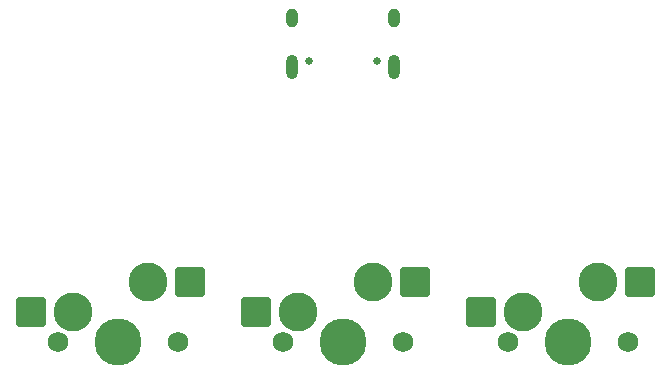
<source format=gbr>
%TF.GenerationSoftware,KiCad,Pcbnew,6.0.9*%
%TF.CreationDate,2022-12-09T21:33:21+01:00*%
%TF.ProjectId,rOxpad,724f7870-6164-42e6-9b69-6361645f7063,rev?*%
%TF.SameCoordinates,Original*%
%TF.FileFunction,Soldermask,Bot*%
%TF.FilePolarity,Negative*%
%FSLAX46Y46*%
G04 Gerber Fmt 4.6, Leading zero omitted, Abs format (unit mm)*
G04 Created by KiCad (PCBNEW 6.0.9) date 2022-12-09 21:33:21*
%MOMM*%
%LPD*%
G01*
G04 APERTURE LIST*
G04 Aperture macros list*
%AMRoundRect*
0 Rectangle with rounded corners*
0 $1 Rounding radius*
0 $2 $3 $4 $5 $6 $7 $8 $9 X,Y pos of 4 corners*
0 Add a 4 corners polygon primitive as box body*
4,1,4,$2,$3,$4,$5,$6,$7,$8,$9,$2,$3,0*
0 Add four circle primitives for the rounded corners*
1,1,$1+$1,$2,$3*
1,1,$1+$1,$4,$5*
1,1,$1+$1,$6,$7*
1,1,$1+$1,$8,$9*
0 Add four rect primitives between the rounded corners*
20,1,$1+$1,$2,$3,$4,$5,0*
20,1,$1+$1,$4,$5,$6,$7,0*
20,1,$1+$1,$6,$7,$8,$9,0*
20,1,$1+$1,$8,$9,$2,$3,0*%
G04 Aperture macros list end*
%ADD10C,0.650000*%
%ADD11O,1.000000X2.100000*%
%ADD12O,1.000000X1.600000*%
%ADD13C,3.987800*%
%ADD14C,1.750000*%
%ADD15C,3.300000*%
%ADD16RoundRect,0.250000X1.025000X1.000000X-1.025000X1.000000X-1.025000X-1.000000X1.025000X-1.000000X0*%
G04 APERTURE END LIST*
D10*
%TO.C,USB1*%
X104266250Y-65165000D03*
X110046250Y-65165000D03*
D11*
X111476250Y-65695000D03*
X102836250Y-65695000D03*
D12*
X111476250Y-61515000D03*
X102836250Y-61515000D03*
%TD*%
D13*
%TO.C,MX3*%
X126206250Y-88900000D03*
D14*
X121126250Y-88900000D03*
X131286250Y-88900000D03*
D15*
X122396250Y-86360000D03*
D16*
X118846250Y-86360000D03*
X132296250Y-83820000D03*
D15*
X128746250Y-83820000D03*
%TD*%
D14*
%TO.C,MX2*%
X112236250Y-88900000D03*
X102076250Y-88900000D03*
D13*
X107156250Y-88900000D03*
D15*
X103346250Y-86360000D03*
D16*
X99796250Y-86360000D03*
D15*
X109696250Y-83820000D03*
D16*
X113246250Y-83820000D03*
%TD*%
D14*
%TO.C,MX1*%
X93186250Y-88900000D03*
X83026250Y-88900000D03*
D13*
X88106250Y-88900000D03*
D16*
X80746250Y-86360000D03*
D15*
X84296250Y-86360000D03*
D16*
X94196250Y-83820000D03*
D15*
X90646250Y-83820000D03*
%TD*%
M02*

</source>
